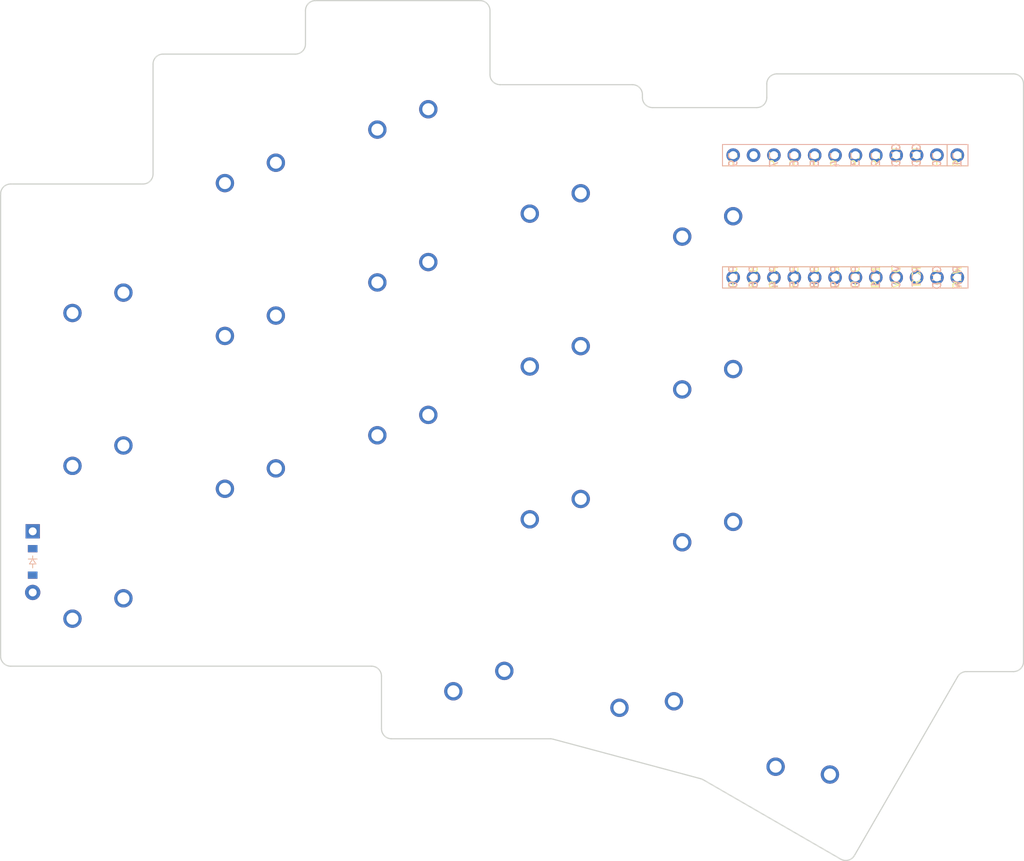
<source format=kicad_pcb>
(kicad_pcb (version 20171130) (host pcbnew 5.1.6)
  (title_block (title "split") (rev "v1.0.0") (company "Unknown"))
  (layers (0 F.Cu signal) (31 B.Cu signal) (34 B.Paste user) (35 F.Paste user) (36 B.SilkS user) (37 F.SilkS user) (38 B.Mask user) (39 F.Mask user) (44 Edge.Cuts user))
  (net 0 "")
  (net 1 "RAW")
  (net 2 "GND")
  (net 3 "RST")
  (net 4 "VCC")
  (net 5 "P21")
  (net 6 "P20")
  (net 7 "P19")
  (net 8 "P18")
  (net 9 "P15")
  (net 10 "P14")
  (net 11 "P16")
  (net 12 "P10")
  (net 13 "P1")
  (net 14 "P0")
  (net 15 "P2")
  (net 16 "P3")
  (net 17 "P4")
  (net 18 "P5")
  (net 19 "P6")
  (net 20 "P7")
  (net 21 "P8")
  (net 22 "P9")
  (net 23 "P101")
  (net 24 "P102")
  (net 25 "P107")
  (net 26 "MCU1_24")
  (net 27 "MCU1_1")
  (net 28 "MCU1_23")
  (net 29 "MCU1_2")
  (net 30 "MCU1_22")
  (net 31 "MCU1_3")
  (net 32 "MCU1_21")
  (net 33 "MCU1_4")
  (net 34 "MCU1_20")
  (net 35 "MCU1_5")
  (net 36 "MCU1_19")
  (net 37 "MCU1_6")
  (net 38 "MCU1_18")
  (net 39 "MCU1_7")
  (net 40 "MCU1_17")
  (net 41 "MCU1_8")
  (net 42 "MCU1_16")
  (net 43 "MCU1_9")
  (net 44 "MCU1_15")
  (net 45 "MCU1_10")
  (net 46 "MCU1_14")
  (net 47 "MCU1_11")
  (net 48 "MCU1_13")
  (net 49 "MCU1_12")
  (net 50 "matrix_pinky_bottom")
  (net 51 "matrix_pinky_home")
  (net 52 "matrix_pinky_top")
  (net 53 "matrix_ring_bottom")
  (net 54 "matrix_ring_home")
  (net 55 "matrix_ring_top")
  (net 56 "matrix_middle_bottom")
  (net 57 "matrix_middle_home")
  (net 58 "matrix_middle_top")
  (net 59 "matrix_index_bottom")
  (net 60 "matrix_index_home")
  (net 61 "matrix_index_top")
  (net 62 "matrix_inner_bottom")
  (net 63 "matrix_inner_home")
  (net 64 "matrix_inner_top")
  (net 65 "thumb_tucky")
  (net 66 "thumb_home")
  (net 67 "thumb_reachy")
  (footprint "ceoloide:mcu_nice_nano" (layer "F.Cu") (at 95.05 -45.075 -90)
    (property "Reference" "MCU1" hide)
    (pad "24" thru_hole circle (at -7.62 -12.7 -90) (size 1.7 1.7) (drill 1) (layers "*.Cu" "*.Mask") (net 13 "P1"))
    (pad "1" thru_hole circle (at 7.62 -12.7 -90) (size 1.7 1.7) (drill 1) (layers "*.Cu" "*.Mask") (net 1 "RAW"))
    (fp_text user "P1" (at -6 -12.7 -90) (layer "F.SilkS") (effects (justify left)))
    (fp_text user "RAW" (at 6 -12.7 -90) (layer "F.SilkS") (effects (justify right)))
    (fp_text user "P1" (at -6 -12.7 90) (layer "B.SilkS") (effects (justify right mirror)))
    (fp_text user "RAW" (at 6 -12.7 90) (layer "B.SilkS") (effects (justify left mirror)))
    (pad "23" thru_hole circle (at -7.62 -10.16 -90) (size 1.7 1.7) (drill 1) (layers "*.Cu" "*.Mask") (net 14 "P0"))
    (pad "2" thru_hole circle (at 7.62 -10.16 -90) (size 1.7 1.7) (drill 1) (layers "*.Cu" "*.Mask") (net 2 "GND"))
    (fp_text user "P0" (at -6 -10.16 -90) (layer "F.SilkS") (effects (justify left)))
    (fp_text user "GND" (at 6 -10.16 -90) (layer "F.SilkS") (effects (justify right)))
    (fp_text user "P0" (at -6 -10.16 90) (layer "B.SilkS") (effects (justify right mirror)))
    (fp_text user "GND" (at 6 -10.16 90) (layer "B.SilkS") (effects (justify left mirror)))
    (pad "22" thru_hole circle (at -7.62 -7.619999999999999 -90) (size 1.7 1.7) (drill 1) (layers "*.Cu" "*.Mask") (net 2 "GND"))
    (pad "3" thru_hole circle (at 7.62 -7.619999999999999 -90) (size 1.7 1.7) (drill 1) (layers "*.Cu" "*.Mask") (net 3 "RST"))
    (fp_text user "GND" (at -6 -7.619999999999999 -90) (layer "F.SilkS") (effects (justify left)))
    (fp_text user "RST" (at 6 -7.619999999999999 -90) (layer "F.SilkS") (effects (justify right)))
    (fp_text user "GND" (at -6 -7.619999999999999 90) (layer "B.SilkS") (effects (justify right mirror)))
    (fp_text user "RST" (at 6 -7.619999999999999 90) (layer "B.SilkS") (effects (justify left mirror)))
    (pad "21" thru_hole circle (at -7.62 -5.079999999999999 -90) (size 1.7 1.7) (drill 1) (layers "*.Cu" "*.Mask") (net 2 "GND"))
    (pad "4" thru_hole circle (at 7.62 -5.079999999999999 -90) (size 1.7 1.7) (drill 1) (layers "*.Cu" "*.Mask") (net 4 "VCC"))
    (fp_text user "GND" (at -6 -5.079999999999999 -90) (layer "F.SilkS") (effects (justify left)))
    (fp_text user "VCC" (at 6 -5.079999999999999 -90) (layer "F.SilkS") (effects (justify right)))
    (fp_text user "GND" (at -6 -5.079999999999999 90) (layer "B.SilkS") (effects (justify right mirror)))
    (fp_text user "VCC" (at 6 -5.079999999999999 90) (layer "B.SilkS") (effects (justify left mirror)))
    (pad "20" thru_hole circle (at -7.62 -2.539999999999999 -90) (size 1.7 1.7) (drill 1) (layers "*.Cu" "*.Mask") (net 15 "P2"))
    (pad "5" thru_hole circle (at 7.62 -2.539999999999999 -90) (size 1.7 1.7) (drill 1) (layers "*.Cu" "*.Mask") (net 5 "P21"))
    (fp_text user "P2" (at -6 -2.539999999999999 -90) (layer "F.SilkS") (effects (justify left)))
    (fp_text user "P21" (at 6 -2.539999999999999 -90) (layer "F.SilkS") (effects (justify right)))
    (fp_text user "P2" (at -6 -2.539999999999999 90) (layer "B.SilkS") (effects (justify right mirror)))
    (fp_text user "P21" (at 6 -2.539999999999999 90) (layer "B.SilkS") (effects (justify left mirror)))
    (pad "19" thru_hole circle (at -7.62 0 -90) (size 1.7 1.7) (drill 1) (layers "*.Cu" "*.Mask") (net 16 "P3"))
    (pad "6" thru_hole circle (at 7.62 0 -90) (size 1.7 1.7) (drill 1) (layers "*.Cu" "*.Mask") (net 6 "P20"))
    (fp_text user "P3" (at -6 0 -90) (layer "F.SilkS") (effects (justify left)))
    (fp_text user "P20" (at 6 0 -90) (layer "F.SilkS") (effects (justify right)))
    (fp_text user "P3" (at -6 0 90) (layer "B.SilkS") (effects (justify right mirror)))
    (fp_text user "P20" (at 6 0 90) (layer "B.SilkS") (effects (justify left mirror)))
    (pad "18" thru_hole circle (at -7.62 2.540000000000001 -90) (size 1.7 1.7) (drill 1) (layers "*.Cu" "*.Mask") (net 17 "P4"))
    (pad "7" thru_hole circle (at 7.62 2.540000000000001 -90) (size 1.7 1.7) (drill 1) (layers "*.Cu" "*.Mask") (net 7 "P19"))
    (fp_text user "P4" (at -6 2.540000000000001 -90) (layer "F.SilkS") (effects (justify left)))
    (fp_text user "P19" (at 6 2.540000000000001 -90) (layer "F.SilkS") (effects (justify right)))
    (fp_text user "P4" (at -6 2.540000000000001 90) (layer "B.SilkS") (effects (justify right mirror)))
    (fp_text user "P19" (at 6 2.540000000000001 90) (layer "B.SilkS") (effects (justify left mirror)))
    (pad "17" thru_hole circle (at -7.62 5.080000000000002 -90) (size 1.7 1.7) (drill 1) (layers "*.Cu" "*.Mask") (net 18 "P5"))
    (pad "8" thru_hole circle (at 7.62 5.080000000000002 -90) (size 1.7 1.7) (drill 1) (layers "*.Cu" "*.Mask") (net 8 "P18"))
    (fp_text user "P5" (at -6 5.080000000000002 -90) (layer "F.SilkS") (effects (justify left)))
    (fp_text user "P18" (at 6 5.080000000000002 -90) (layer "F.SilkS") (effects (justify right)))
    (fp_text user "P5" (at -6 5.080000000000002 90) (layer "B.SilkS") (effects (justify right mirror)))
    (fp_text user "P18" (at 6 5.080000000000002 90) (layer "B.SilkS") (effects (justify left mirror)))
    (pad "16" thru_hole circle (at -7.62 7.620000000000001 -90) (size 1.7 1.7) (drill 1) (layers "*.Cu" "*.Mask") (net 19 "P6"))
    (pad "9" thru_hole circle (at 7.62 7.620000000000001 -90) (size 1.7 1.7) (drill 1) (layers "*.Cu" "*.Mask") (net 9 "P15"))
    (fp_text user "P6" (at -6 7.620000000000001 -90) (layer "F.SilkS") (effects (justify left)))
    (fp_text user "P15" (at 6 7.620000000000001 -90) (layer "F.SilkS") (effects (justify right)))
    (fp_text user "P6" (at -6 7.620000000000001 90) (layer "B.SilkS") (effects (justify right mirror)))
    (fp_text user "P15" (at 6 7.620000000000001 90) (layer "B.SilkS") (effects (justify left mirror)))
    (pad "15" thru_hole circle (at -7.62 10.16 -90) (size 1.7 1.7) (drill 1) (layers "*.Cu" "*.Mask") (net 20 "P7"))
    (pad "10" thru_hole circle (at 7.62 10.16 -90) (size 1.7 1.7) (drill 1) (layers "*.Cu" "*.Mask") (net 10 "P14"))
    (fp_text user "P7" (at -6 10.16 -90) (layer "F.SilkS") (effects (justify left)))
    (fp_text user "P14" (at 6 10.16 -90) (layer "F.SilkS") (effects (justify right)))
    (fp_text user "P7" (at -6 10.16 90) (layer "B.SilkS") (effects (justify right mirror)))
    (fp_text user "P14" (at 6 10.16 90) (layer "B.SilkS") (effects (justify left mirror)))
    (pad "14" thru_hole circle (at -7.62 12.7 -90) (size 1.7 1.7) (drill 1) (layers "*.Cu" "*.Mask") (net 21 "P8"))
    (pad "11" thru_hole circle (at 7.62 12.7 -90) (size 1.7 1.7) (drill 1) (layers "*.Cu" "*.Mask") (net 11 "P16"))
    (fp_text user "P16" (at 6 12.7 -90) (layer "F.SilkS") (effects (justify right)))
    (fp_text user "P16" (at 6 12.7 90) (layer "B.SilkS") (effects (justify left mirror)))
    (pad "13" thru_hole circle (at -7.62 15.240000000000002 -90) (size 1.7 1.7) (drill 1) (layers "*.Cu" "*.Mask") (net 22 "P9"))
    (pad "12" thru_hole circle (at 7.62 15.240000000000002 -90) (size 1.7 1.7) (drill 1) (layers "*.Cu" "*.Mask") (net 12 "P10"))
    (fp_text user "P9" (at -6 15.240000000000002 -90) (layer "F.SilkS") (effects (justify left)))
    (fp_text user "P10" (at 6 15.240000000000002 -90) (layer "F.SilkS") (effects (justify right)))
    (fp_text user "P9" (at -6 15.240000000000002 90) (layer "B.SilkS") (effects (justify right mirror)))
    (fp_text user "P10" (at 6 15.240000000000002 90) (layer "B.SilkS") (effects (justify left mirror)))
    (fp_line (start 6.29 -14.03) (end 8.95 -14.03) (layer "F.SilkS") (stroke (width 0.12)))
    (fp_line (start 6.29 -14.03) (end 6.29 16.57) (layer "F.SilkS") (stroke (width 0.12)))
    (fp_line (start 6.29 16.57) (end 8.95 16.57) (layer "F.SilkS") (stroke (width 0.12)))
    (fp_line (start -6.29 -14.03) (end -6.29 16.57) (layer "F.SilkS") (stroke (width 0.12)))
    (fp_line (start 8.95 -14.03) (end 8.95 16.57) (layer "F.SilkS") (stroke (width 0.12)))
    (fp_line (start -8.95 -14.03) (end -6.29 -14.03) (layer "F.SilkS") (stroke (width 0.12)))
    (fp_line (start -8.95 -14.03) (end -8.95 16.57) (layer "F.SilkS") (stroke (width 0.12)))
    (fp_line (start -8.95 16.57) (end -6.29 16.57) (layer "F.SilkS") (stroke (width 0.12)))
    (fp_line (start -6.29 -11.43) (end -8.95 -11.43) (layer "F.SilkS") (stroke (width 0.12)))
    (fp_line (start -6.29 -14.03) (end -8.95 -14.03) (layer "B.SilkS") (stroke (width 0.12)))
    (fp_line (start -6.29 -14.03) (end -6.29 16.57) (layer "B.SilkS") (stroke (width 0.12)))
    (fp_line (start -6.29 16.57) (end -8.95 16.57) (layer "B.SilkS") (stroke (width 0.12)))
    (fp_line (start -8.95 -14.03) (end -8.95 16.57) (layer "B.SilkS") (stroke (width 0.12)))
    (fp_line (start 8.95 -14.03) (end 6.29 -14.03) (layer "B.SilkS") (stroke (width 0.12)))
    (fp_line (start 8.95 -14.03) (end 8.95 16.57) (layer "B.SilkS") (stroke (width 0.12)))
    (fp_line (start 8.95 16.57) (end 6.29 16.57) (layer "B.SilkS") (stroke (width 0.12)))
    (fp_line (start 6.29 -14.03) (end 6.29 16.57) (layer "B.SilkS") (stroke (width 0.12)))
    (fp_line (start -8.95 -11.43) (end -6.29 -11.43) (layer "B.SilkS") (stroke (width 0.12)))
  )
  (module MX (layer F.Cu) (at 0 0 180)
    (fp_text reference "S1" hide)
    (fp_text value "" hide)
    (pad "" np_thru_hole circle (at 0 0) (size 3.9878 3.9878) (drill 3.9878) (layers *.Cu *.Mask))
    (pad "" np_thru_hole circle (at 5.08 0) (size 1.7018 1.7018) (drill 1.7018) (layers *.Cu *.Mask))
    (pad "" np_thru_hole circle (at -5.08 0) (size 1.7018 1.7018) (drill 1.7018) (layers *.Cu *.Mask))
    (pad 1 thru_hole circle (at 2.54 -5.08) (size 2.286 2.286) (drill 1.4986) (layers *.Cu *.Mask) (net 10 "P14"))
    (pad 2 thru_hole circle (at -3.81 -2.54) (size 2.286 2.286) (drill 1.4986) (layers *.Cu *.Mask) (net 50 "matrix_pinky_bottom"))
  )
  (module MX (layer F.Cu) (at 0 -19.05 180)
    (fp_text reference "S2" hide)
    (fp_text value "" hide)
    (pad "" np_thru_hole circle (at 0 0) (size 3.9878 3.9878) (drill 3.9878) (layers *.Cu *.Mask))
    (pad "" np_thru_hole circle (at 5.08 0) (size 1.7018 1.7018) (drill 1.7018) (layers *.Cu *.Mask))
    (pad "" np_thru_hole circle (at -5.08 0) (size 1.7018 1.7018) (drill 1.7018) (layers *.Cu *.Mask))
    (pad 1 thru_hole circle (at 2.54 -5.08) (size 2.286 2.286) (drill 1.4986) (layers *.Cu *.Mask) (net 11 "P16"))
    (pad 2 thru_hole circle (at -3.81 -2.54) (size 2.286 2.286) (drill 1.4986) (layers *.Cu *.Mask) (net 51 "matrix_pinky_home"))
  )
  (module MX (layer F.Cu) (at 0 -38.1 180)
    (fp_text reference "S3" hide)
    (fp_text value "" hide)
    (pad "" np_thru_hole circle (at 0 0) (size 3.9878 3.9878) (drill 3.9878) (layers *.Cu *.Mask))
    (pad "" np_thru_hole circle (at 5.08 0) (size 1.7018 1.7018) (drill 1.7018) (layers *.Cu *.Mask))
    (pad "" np_thru_hole circle (at -5.08 0) (size 1.7018 1.7018) (drill 1.7018) (layers *.Cu *.Mask))
    (pad 1 thru_hole circle (at 2.54 -5.08) (size 2.286 2.286) (drill 1.4986) (layers *.Cu *.Mask) (net 12 "P10"))
    (pad 2 thru_hole circle (at -3.81 -2.54) (size 2.286 2.286) (drill 1.4986) (layers *.Cu *.Mask) (net 52 "matrix_pinky_top"))
  )
  (module MX (layer F.Cu) (at 19 -16.1925 180)
    (fp_text reference "S4" hide)
    (fp_text value "" hide)
    (pad "" np_thru_hole circle (at 0 0) (size 3.9878 3.9878) (drill 3.9878) (layers *.Cu *.Mask))
    (pad "" np_thru_hole circle (at 5.08 0) (size 1.7018 1.7018) (drill 1.7018) (layers *.Cu *.Mask))
    (pad "" np_thru_hole circle (at -5.08 0) (size 1.7018 1.7018) (drill 1.7018) (layers *.Cu *.Mask))
    (pad 1 thru_hole circle (at 2.54 -5.08) (size 2.286 2.286) (drill 1.4986) (layers *.Cu *.Mask) (net 10 "P14"))
    (pad 2 thru_hole circle (at -3.81 -2.54) (size 2.286 2.286) (drill 1.4986) (layers *.Cu *.Mask) (net 53 "matrix_ring_bottom"))
  )
  (module MX (layer F.Cu) (at 19 -35.2425 180)
    (fp_text reference "S5" hide)
    (fp_text value "" hide)
    (pad "" np_thru_hole circle (at 0 0) (size 3.9878 3.9878) (drill 3.9878) (layers *.Cu *.Mask))
    (pad "" np_thru_hole circle (at 5.08 0) (size 1.7018 1.7018) (drill 1.7018) (layers *.Cu *.Mask))
    (pad "" np_thru_hole circle (at -5.08 0) (size 1.7018 1.7018) (drill 1.7018) (layers *.Cu *.Mask))
    (pad 1 thru_hole circle (at 2.54 -5.08) (size 2.286 2.286) (drill 1.4986) (layers *.Cu *.Mask) (net 11 "P16"))
    (pad 2 thru_hole circle (at -3.81 -2.54) (size 2.286 2.286) (drill 1.4986) (layers *.Cu *.Mask) (net 54 "matrix_ring_home"))
  )
  (module MX (layer F.Cu) (at 19 -54.292500000000004 180)
    (fp_text reference "S6" hide)
    (fp_text value "" hide)
    (pad "" np_thru_hole circle (at 0 0) (size 3.9878 3.9878) (drill 3.9878) (layers *.Cu *.Mask))
    (pad "" np_thru_hole circle (at 5.08 0) (size 1.7018 1.7018) (drill 1.7018) (layers *.Cu *.Mask))
    (pad "" np_thru_hole circle (at -5.08 0) (size 1.7018 1.7018) (drill 1.7018) (layers *.Cu *.Mask))
    (pad 1 thru_hole circle (at 2.54 -5.08) (size 2.286 2.286) (drill 1.4986) (layers *.Cu *.Mask) (net 12 "P10"))
    (pad 2 thru_hole circle (at -3.81 -2.54) (size 2.286 2.286) (drill 1.4986) (layers *.Cu *.Mask) (net 55 "matrix_ring_top"))
  )
  (module MX (layer F.Cu) (at 38 -22.86 180)
    (fp_text reference "S7" hide)
    (fp_text value "" hide)
    (pad "" np_thru_hole circle (at 0 0) (size 3.9878 3.9878) (drill 3.9878) (layers *.Cu *.Mask))
    (pad "" np_thru_hole circle (at 5.08 0) (size 1.7018 1.7018) (drill 1.7018) (layers *.Cu *.Mask))
    (pad "" np_thru_hole circle (at -5.08 0) (size 1.7018 1.7018) (drill 1.7018) (layers *.Cu *.Mask))
    (pad 1 thru_hole circle (at 2.54 -5.08) (size 2.286 2.286) (drill 1.4986) (layers *.Cu *.Mask) (net 10 "P14"))
    (pad 2 thru_hole circle (at -3.81 -2.54) (size 2.286 2.286) (drill 1.4986) (layers *.Cu *.Mask) (net 56 "matrix_middle_bottom"))
  )
  (module MX (layer F.Cu) (at 38 -41.91 180)
    (fp_text reference "S8" hide)
    (fp_text value "" hide)
    (pad "" np_thru_hole circle (at 0 0) (size 3.9878 3.9878) (drill 3.9878) (layers *.Cu *.Mask))
    (pad "" np_thru_hole circle (at 5.08 0) (size 1.7018 1.7018) (drill 1.7018) (layers *.Cu *.Mask))
    (pad "" np_thru_hole circle (at -5.08 0) (size 1.7018 1.7018) (drill 1.7018) (layers *.Cu *.Mask))
    (pad 1 thru_hole circle (at 2.54 -5.08) (size 2.286 2.286) (drill 1.4986) (layers *.Cu *.Mask) (net 11 "P16"))
    (pad 2 thru_hole circle (at -3.81 -2.54) (size 2.286 2.286) (drill 1.4986) (layers *.Cu *.Mask) (net 57 "matrix_middle_home"))
  )
  (module MX (layer F.Cu) (at 38 -60.959999999999994 180)
    (fp_text reference "S9" hide)
    (fp_text value "" hide)
    (pad "" np_thru_hole circle (at 0 0) (size 3.9878 3.9878) (drill 3.9878) (layers *.Cu *.Mask))
    (pad "" np_thru_hole circle (at 5.08 0) (size 1.7018 1.7018) (drill 1.7018) (layers *.Cu *.Mask))
    (pad "" np_thru_hole circle (at -5.08 0) (size 1.7018 1.7018) (drill 1.7018) (layers *.Cu *.Mask))
    (pad 1 thru_hole circle (at 2.54 -5.08) (size 2.286 2.286) (drill 1.4986) (layers *.Cu *.Mask) (net 12 "P10"))
    (pad 2 thru_hole circle (at -3.81 -2.54) (size 2.286 2.286) (drill 1.4986) (layers *.Cu *.Mask) (net 58 "matrix_middle_top"))
  )
  (module MX (layer F.Cu) (at 57 -12.3825 180)
    (fp_text reference "S10" hide)
    (fp_text value "" hide)
    (pad "" np_thru_hole circle (at 0 0) (size 3.9878 3.9878) (drill 3.9878) (layers *.Cu *.Mask))
    (pad "" np_thru_hole circle (at 5.08 0) (size 1.7018 1.7018) (drill 1.7018) (layers *.Cu *.Mask))
    (pad "" np_thru_hole circle (at -5.08 0) (size 1.7018 1.7018) (drill 1.7018) (layers *.Cu *.Mask))
    (pad 1 thru_hole circle (at 2.54 -5.08) (size 2.286 2.286) (drill 1.4986) (layers *.Cu *.Mask) (net 10 "P14"))
    (pad 2 thru_hole circle (at -3.81 -2.54) (size 2.286 2.286) (drill 1.4986) (layers *.Cu *.Mask) (net 59 "matrix_index_bottom"))
  )
  (module MX (layer F.Cu) (at 57 -31.4325 180)
    (fp_text reference "S11" hide)
    (fp_text value "" hide)
    (pad "" np_thru_hole circle (at 0 0) (size 3.9878 3.9878) (drill 3.9878) (layers *.Cu *.Mask))
    (pad "" np_thru_hole circle (at 5.08 0) (size 1.7018 1.7018) (drill 1.7018) (layers *.Cu *.Mask))
    (pad "" np_thru_hole circle (at -5.08 0) (size 1.7018 1.7018) (drill 1.7018) (layers *.Cu *.Mask))
    (pad 1 thru_hole circle (at 2.54 -5.08) (size 2.286 2.286) (drill 1.4986) (layers *.Cu *.Mask) (net 11 "P16"))
    (pad 2 thru_hole circle (at -3.81 -2.54) (size 2.286 2.286) (drill 1.4986) (layers *.Cu *.Mask) (net 60 "matrix_index_home"))
  )
  (module MX (layer F.Cu) (at 57 -50.4825 180)
    (fp_text reference "S12" hide)
    (fp_text value "" hide)
    (pad "" np_thru_hole circle (at 0 0) (size 3.9878 3.9878) (drill 3.9878) (layers *.Cu *.Mask))
    (pad "" np_thru_hole circle (at 5.08 0) (size 1.7018 1.7018) (drill 1.7018) (layers *.Cu *.Mask))
    (pad "" np_thru_hole circle (at -5.08 0) (size 1.7018 1.7018) (drill 1.7018) (layers *.Cu *.Mask))
    (pad 1 thru_hole circle (at 2.54 -5.08) (size 2.286 2.286) (drill 1.4986) (layers *.Cu *.Mask) (net 12 "P10"))
    (pad 2 thru_hole circle (at -3.81 -2.54) (size 2.286 2.286) (drill 1.4986) (layers *.Cu *.Mask) (net 61 "matrix_index_top"))
  )
  (module MX (layer F.Cu) (at 76 -9.525 180)
    (fp_text reference "S13" hide)
    (fp_text value "" hide)
    (pad "" np_thru_hole circle (at 0 0) (size 3.9878 3.9878) (drill 3.9878) (layers *.Cu *.Mask))
    (pad "" np_thru_hole circle (at 5.08 0) (size 1.7018 1.7018) (drill 1.7018) (layers *.Cu *.Mask))
    (pad "" np_thru_hole circle (at -5.08 0) (size 1.7018 1.7018) (drill 1.7018) (layers *.Cu *.Mask))
    (pad 1 thru_hole circle (at 2.54 -5.08) (size 2.286 2.286) (drill 1.4986) (layers *.Cu *.Mask) (net 10 "P14"))
    (pad 2 thru_hole circle (at -3.81 -2.54) (size 2.286 2.286) (drill 1.4986) (layers *.Cu *.Mask) (net 62 "matrix_inner_bottom"))
  )
  (module MX (layer F.Cu) (at 76 -28.575000000000003 180)
    (fp_text reference "S14" hide)
    (fp_text value "" hide)
    (pad "" np_thru_hole circle (at 0 0) (size 3.9878 3.9878) (drill 3.9878) (layers *.Cu *.Mask))
    (pad "" np_thru_hole circle (at 5.08 0) (size 1.7018 1.7018) (drill 1.7018) (layers *.Cu *.Mask))
    (pad "" np_thru_hole circle (at -5.08 0) (size 1.7018 1.7018) (drill 1.7018) (layers *.Cu *.Mask))
    (pad 1 thru_hole circle (at 2.54 -5.08) (size 2.286 2.286) (drill 1.4986) (layers *.Cu *.Mask) (net 11 "P16"))
    (pad 2 thru_hole circle (at -3.81 -2.54) (size 2.286 2.286) (drill 1.4986) (layers *.Cu *.Mask) (net 63 "matrix_inner_home"))
  )
  (module MX (layer F.Cu) (at 76 -47.625 180)
    (fp_text reference "S15" hide)
    (fp_text value "" hide)
    (pad "" np_thru_hole circle (at 0 0) (size 3.9878 3.9878) (drill 3.9878) (layers *.Cu *.Mask))
    (pad "" np_thru_hole circle (at 5.08 0) (size 1.7018 1.7018) (drill 1.7018) (layers *.Cu *.Mask))
    (pad "" np_thru_hole circle (at -5.08 0) (size 1.7018 1.7018) (drill 1.7018) (layers *.Cu *.Mask))
    (pad 1 thru_hole circle (at 2.54 -5.08) (size 2.286 2.286) (drill 1.4986) (layers *.Cu *.Mask) (net 12 "P10"))
    (pad 2 thru_hole circle (at -3.81 -2.54) (size 2.286 2.286) (drill 1.4986) (layers *.Cu *.Mask) (net 64 "matrix_inner_top"))
  )
  (module MX (layer F.Cu) (at 47.475 9.048749999999998 180)
    (fp_text reference "S16" hide)
    (fp_text value "" hide)
    (pad "" np_thru_hole circle (at 0 0) (size 3.9878 3.9878) (drill 3.9878) (layers *.Cu *.Mask))
    (pad "" np_thru_hole circle (at 5.08 0) (size 1.7018 1.7018) (drill 1.7018) (layers *.Cu *.Mask))
    (pad "" np_thru_hole circle (at -5.08 0) (size 1.7018 1.7018) (drill 1.7018) (layers *.Cu *.Mask))
    (pad 1 thru_hole circle (at 2.54 -5.08) (size 2.286 2.286) (drill 1.4986) (layers *.Cu *.Mask) (net 9 "P15"))
    (pad 2 thru_hole circle (at -3.81 -2.54) (size 2.286 2.286) (drill 1.4986) (layers *.Cu *.Mask) (net 65 "thumb_tucky"))
  )
  (module MX (layer F.Cu) (at 69.4052703 11.935924899999998 165)
    (fp_text reference "S17" hide)
    (fp_text value "" hide)
    (pad "" np_thru_hole circle (at 0 0) (size 3.9878 3.9878) (drill 3.9878) (layers *.Cu *.Mask))
    (pad "" np_thru_hole circle (at 5.08 0) (size 1.7018 1.7018) (drill 1.7018) (layers *.Cu *.Mask))
    (pad "" np_thru_hole circle (at -5.08 0) (size 1.7018 1.7018) (drill 1.7018) (layers *.Cu *.Mask))
    (pad 1 thru_hole circle (at 2.54 -5.08) (size 2.286 2.286) (drill 1.4986) (layers *.Cu *.Mask) (net 9 "P15"))
    (pad 2 thru_hole circle (at -3.81 -2.54) (size 2.286 2.286) (drill 1.4986) (layers *.Cu *.Mask) (net 66 "thumb_home"))
  )
  (module MX (layer F.Cu) (at 89.8410289 20.400693299999997 150)
    (fp_text reference "S18" hide)
    (fp_text value "" hide)
    (pad "" np_thru_hole circle (at 0 0) (size 3.9878 3.9878) (drill 3.9878) (layers *.Cu *.Mask))
    (pad "" np_thru_hole circle (at 5.08 0) (size 1.7018 1.7018) (drill 1.7018) (layers *.Cu *.Mask))
    (pad "" np_thru_hole circle (at -5.08 0) (size 1.7018 1.7018) (drill 1.7018) (layers *.Cu *.Mask))
    (pad 1 thru_hole circle (at 2.54 -5.08) (size 2.286 2.286) (drill 1.4986) (layers *.Cu *.Mask) (net 9 "P15"))
    (pad 2 thru_hole circle (at -3.81 -2.54) (size 2.286 2.286) (drill 1.4986) (layers *.Cu *.Mask) (net 67 "thumb_reachy"))
  )
  (module ComboDiode (layer F.Cu) (at -7.5 -2 -90)
    (fp_text reference "D1" hide)
    (fp_text value "" hide)
    (fp_line (start 0.25 0) (end 0.75 0) (layer F.SilkS) (width 0.1))
    (fp_line (start 0.25 0.4) (end -0.35 0) (layer F.SilkS) (width 0.1))
    (fp_line (start 0.25 -0.4) (end 0.25 0.4) (layer F.SilkS) (width 0.1))
    (fp_line (start -0.35 0) (end 0.25 -0.4) (layer F.SilkS) (width 0.1))
    (fp_line (start -0.35 0) (end -0.35 0.55) (layer F.SilkS) (width 0.1))
    (fp_line (start -0.35 0) (end -0.35 -0.55) (layer F.SilkS) (width 0.1))
    (fp_line (start -0.75 0) (end -0.35 0) (layer F.SilkS) (width 0.1))
    (fp_line (start 0.25 0) (end 0.75 0) (layer B.SilkS) (width 0.1))
    (fp_line (start 0.25 0.4) (end -0.35 0) (layer B.SilkS) (width 0.1))
    (fp_line (start 0.25 -0.4) (end 0.25 0.4) (layer B.SilkS) (width 0.1))
    (fp_line (start -0.35 0) (end 0.25 -0.4) (layer B.SilkS) (width 0.1))
    (fp_line (start -0.35 0) (end -0.35 0.55) (layer B.SilkS) (width 0.1))
    (fp_line (start -0.35 0) (end -0.35 -0.55) (layer B.SilkS) (width 0.1))
    (fp_line (start -0.75 0) (end -0.35 0) (layer B.SilkS) (width 0.1))
    (pad 1 smd rect (at -1.65 0 -90) (size 0.9 1.2) (layers F.Cu F.Paste F.Mask) (net 0 ""))
    (pad 2 smd rect (at 1.65 0 -90) (size 0.9 1.2) (layers B.Cu B.Paste B.Mask) (net 0 ""))
    (pad 1 smd rect (at -1.65 0 -90) (size 0.9 1.2) (layers B.Cu B.Paste B.Mask) (net 0 ""))
    (pad 2 smd rect (at 1.65 0 -90) (size 0.9 1.2) (layers F.Cu F.Paste F.Mask) (net 0 ""))
    (pad 1 thru_hole rect (at -3.81 0 -90) (size 1.778 1.778) (drill 0.9906) (layers *.Cu *.Mask) (net 0 ""))
    (pad 2 thru_hole circle (at 3.81 0 -90) (size 1.905 1.905) (drill 0.9906) (layers *.Cu *.Mask) (net 0 ""))
  )
  (gr_line (start -10.25 11) (end 34.725 11) (angle 90) (layer Edge.Cuts) (width 0.15))
  (gr_line (start -11.5 9.75) (end -11.5 -47.85) (angle 90) (layer Edge.Cuts) (width 0.15))
  (gr_line (start -10.25 -49.1) (end 6.25 -49.1) (angle 90) (layer Edge.Cuts) (width 0.15))
  (gr_line (start 8.75 -65.2925) (end 25.25 -65.2925) (angle 90) (layer Edge.Cuts) (width 0.15))
  (gr_line (start 7.5 -50.35) (end 7.5 -64.0425) (angle 90) (layer Edge.Cuts) (width 0.15))
  (gr_line (start 27.75 -71.96) (end 48.25 -71.96) (angle 90) (layer Edge.Cuts) (width 0.15))
  (gr_line (start 49.5 -70.71) (end 49.5 -62.7325) (angle 90) (layer Edge.Cuts) (width 0.15))
  (gr_line (start 26.5 -66.5425) (end 26.5 -70.71) (angle 90) (layer Edge.Cuts) (width 0.15))
  (gr_line (start 50.75 -61.4825) (end 67.25 -61.4825) (angle 90) (layer Edge.Cuts) (width 0.15))
  (gr_line (start 68.5 -60.2325) (end 68.5 -59.875) (angle 90) (layer Edge.Cuts) (width 0.15))
  (gr_line (start 69.75 -58.625) (end 82.75 -58.625) (angle 90) (layer Edge.Cuts) (width 0.15))
  (gr_line (start 37.225 20.04875) (end 57.01744362966268 20.04875) (angle 90) (layer Edge.Cuts) (width 0.15))
  (gr_line (start 35.975 18.79875) (end 35.975 12.25) (angle 90) (layer Edge.Cuts) (width 0.15))
  (gr_line (start 57.34096739551204 20.091342690849363) (end 75.77555367782504 25.03087516803172) (angle 90) (layer Edge.Cuts) (width 0.15))
  (gr_line (start 94.92532101891813 34.59444091320057) (end 107.7970225023896 12.299999978349376) (angle 90) (layer Edge.Cuts) (width 0.15))
  (gr_line (start 76.07702993362632 25.15575068968236) (end 93.21778920976752 35.05197267904994) (angle 90) (layer Edge.Cuts) (width 0.15))
  (gr_line (start 108.87955428988961 11.674999999999997) (end 114.75 11.674999999999997) (angle 90) (layer Edge.Cuts) (width 0.15))
  (gr_line (start 116 10.424999999999997) (end 116 -61.575) (angle 90) (layer Edge.Cuts) (width 0.15))
  (gr_line (start 114.75 -62.825) (end 85.25 -62.825) (angle 90) (layer Edge.Cuts) (width 0.15))
  (gr_line (start 84 -61.575) (end 84 -59.875) (angle 90) (layer Edge.Cuts) (width 0.15))
  (gr_arc (start 34.725 12.25) (end 35.975 12.25) (angle -90) (layer Edge.Cuts) (width 0.15))
  (gr_arc (start 37.225 18.79875) (end 35.975 18.79875) (angle -90) (layer Edge.Cuts) (width 0.15))
  (gr_arc (start 57.01744362966268 21.29875) (end 57.340967429662676 20.0913427) (angle -14.999997893716483) (layer Edge.Cuts) (width 0.15))
  (gr_arc (start 75.45202991197569 26.23828247718236) (end 76.07702991197569 25.15575067718236) (angle -15.000002214699784) (layer Edge.Cuts) (width 0.15))
  (gr_arc (start 93.84278923141814 33.96944089154994) (end 93.21778923141814 35.051972691549935) (angle -89.99999999999906) (layer Edge.Cuts) (width 0.15))
  (gr_arc (start 108.87955428988961 12.925000000000011) (end 108.87955428988961 11.675000000000011) (angle -59.999999891584196) (layer Edge.Cuts) (width 0.15))
  (gr_arc (start 114.75 10.424999999999997) (end 114.75 11.674999999999997) (angle -90) (layer Edge.Cuts) (width 0.15))
  (gr_arc (start 114.75 -61.575) (end 116 -61.575) (angle -90) (layer Edge.Cuts) (width 0.15))
  (gr_arc (start 85.25 -61.575) (end 85.25 -62.825) (angle -90) (layer Edge.Cuts) (width 0.15))
  (gr_arc (start 82.75 -59.875) (end 82.75 -58.625) (angle -90) (layer Edge.Cuts) (width 0.15))
  (gr_arc (start 69.75 -59.875) (end 68.5 -59.875) (angle -90) (layer Edge.Cuts) (width 0.15))
  (gr_arc (start 67.25 -60.2325) (end 68.5 -60.2325) (angle -90) (layer Edge.Cuts) (width 0.15))
  (gr_arc (start 50.75 -62.7325) (end 49.5 -62.7325) (angle -90) (layer Edge.Cuts) (width 0.15))
  (gr_arc (start 48.25 -70.71) (end 49.5 -70.71) (angle -90) (layer Edge.Cuts) (width 0.15))
  (gr_arc (start 27.75 -70.71) (end 27.75 -71.96) (angle -90) (layer Edge.Cuts) (width 0.15))
  (gr_arc (start 25.25 -66.5425) (end 25.25 -65.2925) (angle -90) (layer Edge.Cuts) (width 0.15))
  (gr_arc (start 8.75 -64.0425) (end 8.75 -65.2925) (angle -90) (layer Edge.Cuts) (width 0.15))
  (gr_arc (start 6.25 -50.35) (end 6.25 -49.1) (angle -90) (layer Edge.Cuts) (width 0.15))
  (gr_arc (start -10.25 -47.85) (end -10.25 -49.1) (angle -90) (layer Edge.Cuts) (width 0.15))
  (gr_arc (start -10.25 9.75) (end -11.5 9.75) (angle -90) (layer Edge.Cuts) (width 0.15))
)
</source>
